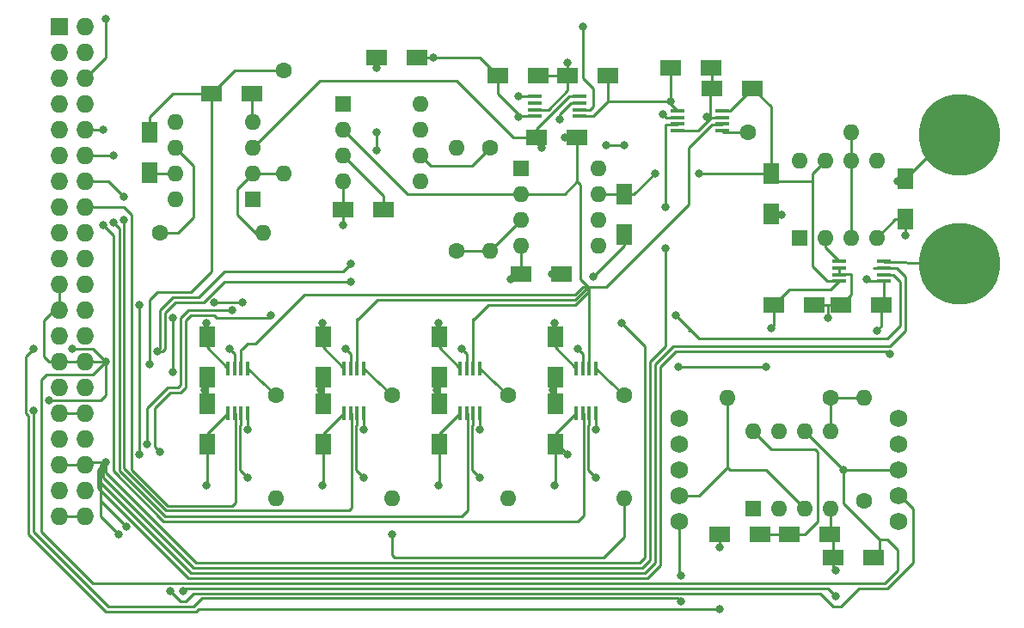
<source format=gtl>
G04 #@! TF.GenerationSoftware,KiCad,Pcbnew,(2017-12-02 revision 3109343)-master*
G04 #@! TF.CreationDate,2018-01-03T05:08:22-05:00*
G04 #@! TF.ProjectId,multislope,6D756C7469736C6F70652E6B69636164,rev?*
G04 #@! TF.SameCoordinates,Original*
G04 #@! TF.FileFunction,Copper,L1,Top,Signal*
G04 #@! TF.FilePolarity,Positive*
%FSLAX46Y46*%
G04 Gerber Fmt 4.6, Leading zero omitted, Abs format (unit mm)*
G04 Created by KiCad (PCBNEW (2017-12-02 revision 3109343)-master) date Wed Jan  3 05:08:22 2018*
%MOMM*%
%LPD*%
G01*
G04 APERTURE LIST*
%ADD10R,0.450000X1.450000*%
%ADD11O,1.600000X1.600000*%
%ADD12C,1.600000*%
%ADD13R,1.600000X2.000000*%
%ADD14R,2.000000X1.600000*%
%ADD15O,1.727200X1.727200*%
%ADD16R,1.727200X1.727200*%
%ADD17C,8.000000*%
%ADD18C,1.727200*%
%ADD19R,1.450000X0.450000*%
%ADD20R,1.600000X1.600000*%
%ADD21C,0.800000*%
%ADD22C,0.250000*%
G04 APERTURE END LIST*
D10*
X177314500Y-116817500D03*
X176664500Y-116817500D03*
X176014500Y-116817500D03*
X175364500Y-116817500D03*
X175364500Y-112417500D03*
X176014500Y-112417500D03*
X176664500Y-112417500D03*
X177314500Y-112417500D03*
D11*
X180086000Y-125222000D03*
D12*
X180086000Y-115062000D03*
D13*
X173291500Y-119919500D03*
X173291500Y-115919500D03*
X173291500Y-109315500D03*
X173291500Y-113315500D03*
X184721500Y-113315500D03*
X184721500Y-109315500D03*
X184721500Y-115919500D03*
X184721500Y-119919500D03*
D12*
X191516000Y-115062000D03*
D11*
X191516000Y-125222000D03*
D10*
X188744500Y-112417500D03*
X188094500Y-112417500D03*
X187444500Y-112417500D03*
X186794500Y-112417500D03*
X186794500Y-116817500D03*
X187444500Y-116817500D03*
X188094500Y-116817500D03*
X188744500Y-116817500D03*
X165884500Y-116817500D03*
X165234500Y-116817500D03*
X164584500Y-116817500D03*
X163934500Y-116817500D03*
X163934500Y-112417500D03*
X164584500Y-112417500D03*
X165234500Y-112417500D03*
X165884500Y-112417500D03*
D11*
X168656000Y-125222000D03*
D12*
X168656000Y-115062000D03*
D13*
X161861500Y-119919500D03*
X161861500Y-115919500D03*
X161861500Y-109315500D03*
X161861500Y-113315500D03*
X150431500Y-113315500D03*
X150431500Y-109315500D03*
X150431500Y-115919500D03*
X150431500Y-119919500D03*
D14*
X206280000Y-106172000D03*
X210280000Y-106172000D03*
X212884000Y-106172000D03*
X216884000Y-106172000D03*
X204184000Y-84836000D03*
X200184000Y-84836000D03*
X200120000Y-82804000D03*
X196120000Y-82804000D03*
D15*
X138430000Y-127000000D03*
X135890000Y-127000000D03*
X138430000Y-124460000D03*
X135890000Y-124460000D03*
X138430000Y-121920000D03*
X135890000Y-121920000D03*
X138430000Y-119380000D03*
X135890000Y-119380000D03*
X138430000Y-116840000D03*
X135890000Y-116840000D03*
X138430000Y-114300000D03*
X135890000Y-114300000D03*
X138430000Y-111760000D03*
X135890000Y-111760000D03*
X138430000Y-109220000D03*
X135890000Y-109220000D03*
X138430000Y-106680000D03*
X135890000Y-106680000D03*
X138430000Y-104140000D03*
X135890000Y-104140000D03*
X138430000Y-101600000D03*
X135890000Y-101600000D03*
X138430000Y-99060000D03*
X135890000Y-99060000D03*
X138430000Y-96520000D03*
X135890000Y-96520000D03*
X138430000Y-93980000D03*
X135890000Y-93980000D03*
X138430000Y-91440000D03*
X135890000Y-91440000D03*
X138430000Y-88900000D03*
X135890000Y-88900000D03*
X138430000Y-86360000D03*
X135890000Y-86360000D03*
X138430000Y-83820000D03*
X135890000Y-83820000D03*
X138430000Y-81280000D03*
X135890000Y-81280000D03*
X138430000Y-78740000D03*
D16*
X135890000Y-78740000D03*
D17*
X224536000Y-102108000D03*
X224536000Y-89408000D03*
D12*
X157226000Y-115062000D03*
D11*
X157226000Y-125222000D03*
X213868000Y-89154000D03*
D12*
X203708000Y-89154000D03*
D18*
X196977000Y-117348000D03*
X196977000Y-119888000D03*
X196977000Y-122428000D03*
X196977000Y-124968000D03*
X196977000Y-127508000D03*
X218567000Y-119888000D03*
X218567000Y-122428000D03*
X218567000Y-117348000D03*
X218567000Y-124968000D03*
X218567000Y-127508000D03*
D10*
X154454500Y-112417500D03*
X153804500Y-112417500D03*
X153154500Y-112417500D03*
X152504500Y-112417500D03*
X152504500Y-116817500D03*
X153154500Y-116817500D03*
X153804500Y-116817500D03*
X154454500Y-116817500D03*
D19*
X217084000Y-101895000D03*
X217084000Y-102545000D03*
X217084000Y-103195000D03*
X217084000Y-103845000D03*
X212684000Y-103845000D03*
X212684000Y-103195000D03*
X212684000Y-102545000D03*
X212684000Y-101895000D03*
D11*
X208788000Y-91948000D03*
X216408000Y-99568000D03*
X211328000Y-91948000D03*
X213868000Y-99568000D03*
X213868000Y-91948000D03*
X211328000Y-99568000D03*
X216408000Y-91948000D03*
D20*
X208788000Y-99568000D03*
D19*
X201209000Y-88986000D03*
X201209000Y-88336000D03*
X201209000Y-87686000D03*
X201209000Y-87036000D03*
X196809000Y-87036000D03*
X196809000Y-87686000D03*
X196809000Y-88336000D03*
X196809000Y-88986000D03*
D14*
X182912000Y-89662000D03*
X186912000Y-89662000D03*
X207804000Y-128778000D03*
X211804000Y-128778000D03*
X216122000Y-131064000D03*
X212122000Y-131064000D03*
X204946000Y-128778000D03*
X200946000Y-128778000D03*
X167862000Y-96774000D03*
X163862000Y-96774000D03*
X171164000Y-81788000D03*
X167164000Y-81788000D03*
X185388000Y-103124000D03*
X181388000Y-103124000D03*
D13*
X191516000Y-95282000D03*
X191516000Y-99282000D03*
X144780000Y-89186000D03*
X144780000Y-93186000D03*
D14*
X154908000Y-85344000D03*
X150908000Y-85344000D03*
X183102000Y-83566000D03*
X179102000Y-83566000D03*
X189960000Y-83566000D03*
X185960000Y-83566000D03*
D13*
X219202000Y-97758000D03*
X219202000Y-93758000D03*
X205994000Y-97250000D03*
X205994000Y-93250000D03*
D12*
X157988000Y-83058000D03*
D11*
X157988000Y-93218000D03*
X201676000Y-115316000D03*
D12*
X211836000Y-115316000D03*
X215138000Y-125476000D03*
D11*
X215138000Y-115316000D03*
X155956000Y-99060000D03*
D12*
X145796000Y-99060000D03*
X178308000Y-90678000D03*
D11*
X178308000Y-100838000D03*
X175006000Y-90678000D03*
D12*
X175006000Y-100838000D03*
D20*
X204216000Y-126238000D03*
D11*
X211836000Y-118618000D03*
X206756000Y-126238000D03*
X209296000Y-118618000D03*
X209296000Y-126238000D03*
X206756000Y-118618000D03*
X211836000Y-126238000D03*
X204216000Y-118618000D03*
X171450000Y-86360000D03*
X163830000Y-93980000D03*
X171450000Y-88900000D03*
X163830000Y-91440000D03*
X171450000Y-91440000D03*
X163830000Y-88900000D03*
X171450000Y-93980000D03*
D20*
X163830000Y-86360000D03*
D11*
X188976000Y-92710000D03*
X181356000Y-100330000D03*
X188976000Y-95250000D03*
X181356000Y-97790000D03*
X188976000Y-97790000D03*
X181356000Y-95250000D03*
X188976000Y-100330000D03*
D20*
X181356000Y-92710000D03*
X154940000Y-95758000D03*
D11*
X147320000Y-88138000D03*
X154940000Y-93218000D03*
X147320000Y-90678000D03*
X154940000Y-90678000D03*
X147320000Y-93218000D03*
X154940000Y-88138000D03*
X147320000Y-95758000D03*
D19*
X187112000Y-85639000D03*
X187112000Y-86289000D03*
X187112000Y-86939000D03*
X187112000Y-87589000D03*
X182712000Y-87589000D03*
X182712000Y-86939000D03*
X182712000Y-86289000D03*
X182712000Y-85639000D03*
D21*
X181102000Y-85598000D03*
X185674000Y-89662000D03*
X183388000Y-90678000D03*
X205994000Y-108458000D03*
X198882000Y-93218000D03*
X194564000Y-93218000D03*
X181102000Y-87630000D03*
X172720000Y-81788000D03*
X150368000Y-107950000D03*
X161798000Y-107950000D03*
X173228000Y-107950000D03*
X184658000Y-107950000D03*
X156718000Y-107188000D03*
X180340000Y-103632000D03*
X145796000Y-120650000D03*
X144526000Y-119888000D03*
X163830000Y-98298000D03*
X152908000Y-106680000D03*
X141732000Y-128778000D03*
X146812000Y-134366000D03*
X142494000Y-128016000D03*
X148082000Y-134366000D03*
X212344000Y-134874000D03*
X212344000Y-132334000D03*
X219202000Y-99314000D03*
X217678000Y-110998000D03*
X191262000Y-107950000D03*
X191516000Y-90424000D03*
X189738000Y-90424000D03*
X185166000Y-87884000D03*
X195580000Y-100584000D03*
X195580000Y-96520000D03*
X143764000Y-120904000D03*
X143764000Y-106172000D03*
X140462000Y-121666000D03*
X154432000Y-123190000D03*
X165862000Y-123190000D03*
X177292000Y-123190000D03*
X188722000Y-123190000D03*
X137160000Y-110490000D03*
X133350000Y-110490000D03*
X134874000Y-115570000D03*
X133350000Y-116586000D03*
X197104000Y-135382000D03*
X197104000Y-132842000D03*
X200914000Y-136144000D03*
X200914000Y-130048000D03*
X213106000Y-122428000D03*
X164592000Y-103886000D03*
X145542000Y-110744000D03*
X164592000Y-102108000D03*
X153924000Y-105918000D03*
X151130000Y-105918000D03*
X147066000Y-112776000D03*
X147066000Y-107442000D03*
X184404000Y-103124000D03*
X188468000Y-103378000D03*
X144780000Y-112014000D03*
X185928000Y-82296000D03*
X199644000Y-87630000D03*
X167132000Y-90932000D03*
X167132000Y-89154000D03*
X167132000Y-82804000D03*
X140462000Y-111760000D03*
X218440000Y-93980000D03*
X207010000Y-97282000D03*
X211582000Y-107442000D03*
X175514000Y-110490000D03*
X173037500Y-114554000D03*
X177292000Y-118491000D03*
X188722000Y-118491000D03*
X184467500Y-114554000D03*
X186944000Y-110490000D03*
X164084000Y-110490000D03*
X161607500Y-114554000D03*
X165862000Y-118491000D03*
X154432000Y-118491000D03*
X150177500Y-114554000D03*
X152654000Y-110490000D03*
X168656000Y-128778000D03*
X196596000Y-107188000D03*
X141224000Y-91440000D03*
X141224000Y-98044000D03*
X142240000Y-95504000D03*
X142240000Y-97790000D03*
X140208000Y-88900000D03*
X140208000Y-98298000D03*
X140462000Y-77978000D03*
X195326000Y-87376000D03*
X187452000Y-78740000D03*
X216408000Y-108712000D03*
X205486000Y-112268000D03*
X196850000Y-112268000D03*
X185928000Y-120904000D03*
X196088000Y-86106000D03*
X215392000Y-103632000D03*
X173228000Y-123952000D03*
X161798000Y-123952000D03*
X150368000Y-123952000D03*
X184658000Y-123952000D03*
D22*
X154432000Y-109982000D02*
X153924000Y-110490000D01*
X153804500Y-110609500D02*
X153924000Y-110490000D01*
X153804500Y-110609500D02*
X153804500Y-112417500D01*
X160020000Y-105156000D02*
X155194000Y-109982000D01*
X155194000Y-109982000D02*
X154432000Y-109982000D01*
X187452000Y-104394000D02*
X187960000Y-104394000D01*
X186690000Y-105156000D02*
X187452000Y-104394000D01*
X160020000Y-105156000D02*
X186690000Y-105156000D01*
X186912000Y-89662000D02*
X185674000Y-89662000D01*
X181143000Y-85639000D02*
X182712000Y-85639000D01*
X181102000Y-85598000D02*
X181143000Y-85639000D01*
X188087000Y-104648000D02*
X187960000Y-104648000D01*
X187960000Y-104648000D02*
X187960000Y-104902000D01*
X188087000Y-107569000D02*
X188087000Y-104648000D01*
X188087000Y-104648000D02*
X188087000Y-104521000D01*
X188087000Y-104521000D02*
X187960000Y-104394000D01*
X188087000Y-112410000D02*
X188087000Y-108712000D01*
X188087000Y-107569000D02*
X188087000Y-108712000D01*
X187960000Y-104394000D02*
X187198000Y-103632000D01*
X187198000Y-103632000D02*
X187198000Y-94298000D01*
X187198000Y-94298000D02*
X186912000Y-94012000D01*
X165227000Y-107696000D02*
X167259000Y-105664000D01*
X167259000Y-105664000D02*
X186436000Y-105664000D01*
X186436000Y-105664000D02*
X186690000Y-105664000D01*
X186690000Y-105664000D02*
X187960000Y-104394000D01*
X176657000Y-107696000D02*
X178181000Y-106172000D01*
X186690000Y-106172000D02*
X187960000Y-104902000D01*
X178181000Y-106172000D02*
X186690000Y-106172000D01*
X187960000Y-104902000D02*
X187960000Y-104394000D01*
X197866000Y-96266000D02*
X189738000Y-104394000D01*
X197866000Y-90678000D02*
X197866000Y-96266000D01*
X200152000Y-88392000D02*
X197866000Y-90678000D01*
X200152000Y-88392000D02*
X201153000Y-88392000D01*
X189738000Y-104394000D02*
X187960000Y-104394000D01*
X201209000Y-88336000D02*
X201153000Y-88392000D01*
X186912000Y-89662000D02*
X186912000Y-94012000D01*
X185674000Y-95250000D02*
X181356000Y-95250000D01*
X186912000Y-94012000D02*
X185674000Y-95250000D01*
X163830000Y-88900000D02*
X170180000Y-95250000D01*
X170180000Y-95250000D02*
X181356000Y-95250000D01*
X176664500Y-112417500D02*
X176657000Y-112410000D01*
X176657000Y-108712000D02*
X176657000Y-112410000D01*
X176657000Y-107569000D02*
X176657000Y-107696000D01*
X176657000Y-107696000D02*
X176657000Y-108712000D01*
X188094500Y-112417500D02*
X188087000Y-112410000D01*
X165234500Y-112417500D02*
X165227000Y-112410000D01*
X165227000Y-108712000D02*
X165227000Y-112410000D01*
X165227000Y-107569000D02*
X165227000Y-107696000D01*
X165227000Y-107696000D02*
X165227000Y-108712000D01*
X153804500Y-112417500D02*
X153797000Y-112410000D01*
X182912000Y-89662000D02*
X180594000Y-89662000D01*
X161544000Y-84074000D02*
X175006000Y-84074000D01*
X175006000Y-84074000D02*
X180594000Y-89662000D01*
X161544000Y-84074000D02*
X154940000Y-90678000D01*
X187112000Y-85639000D02*
X186141000Y-85639000D01*
X186141000Y-85639000D02*
X182912000Y-88868000D01*
X182912000Y-88868000D02*
X182912000Y-89662000D01*
X183388000Y-90678000D02*
X182912000Y-90202000D01*
X182912000Y-90202000D02*
X182912000Y-89662000D01*
X206280000Y-106172000D02*
X206280000Y-108172000D01*
X206280000Y-108172000D02*
X205994000Y-108458000D01*
X207804000Y-128778000D02*
X209296000Y-128778000D01*
X209296000Y-128778000D02*
X210566000Y-127508000D01*
X210566000Y-127508000D02*
X210566000Y-120650000D01*
X210566000Y-120650000D02*
X210312000Y-120396000D01*
X210312000Y-120396000D02*
X205994000Y-120396000D01*
X205994000Y-120396000D02*
X204216000Y-118618000D01*
X204946000Y-128778000D02*
X207804000Y-128778000D01*
X198914000Y-93250000D02*
X198882000Y-93218000D01*
X205994000Y-93250000D02*
X198914000Y-93250000D01*
X192500000Y-95282000D02*
X191516000Y-95282000D01*
X194564000Y-93218000D02*
X192500000Y-95282000D01*
X181143000Y-87589000D02*
X182712000Y-87589000D01*
X181102000Y-87630000D02*
X181143000Y-87589000D01*
X179102000Y-83566000D02*
X177324000Y-81788000D01*
X177324000Y-81788000D02*
X172720000Y-81788000D01*
X205994000Y-93250000D02*
X205994000Y-86646000D01*
X205994000Y-86646000D02*
X204184000Y-84836000D01*
X138430000Y-127000000D02*
X135890000Y-127000000D01*
X171164000Y-81788000D02*
X172720000Y-81788000D01*
X191516000Y-95282000D02*
X189008000Y-95282000D01*
X189008000Y-95282000D02*
X188976000Y-95250000D01*
X179102000Y-83566000D02*
X179102000Y-85376000D01*
X181315000Y-87589000D02*
X182712000Y-87589000D01*
X179102000Y-85376000D02*
X181315000Y-87589000D01*
X201209000Y-87036000D02*
X201984000Y-87036000D01*
X201984000Y-87036000D02*
X204184000Y-84836000D01*
X210058000Y-93980000D02*
X206724000Y-93980000D01*
X206724000Y-93980000D02*
X205994000Y-93250000D01*
X212684000Y-103845000D02*
X211541000Y-103845000D01*
X210058000Y-93218000D02*
X211328000Y-91948000D01*
X210058000Y-102362000D02*
X210058000Y-93980000D01*
X210058000Y-93980000D02*
X210058000Y-93218000D01*
X211541000Y-103845000D02*
X210058000Y-102362000D01*
X206280000Y-106172000D02*
X207804000Y-104648000D01*
X211881000Y-104648000D02*
X212684000Y-103845000D01*
X207804000Y-104648000D02*
X211881000Y-104648000D01*
X154908000Y-85344000D02*
X154908000Y-88106000D01*
X154908000Y-88106000D02*
X154940000Y-88138000D01*
X150431500Y-108013500D02*
X150368000Y-107950000D01*
X150431500Y-108013500D02*
X150431500Y-109315500D01*
X161861500Y-108013500D02*
X161798000Y-107950000D01*
X161861500Y-108013500D02*
X161861500Y-109315500D01*
X173291500Y-108013500D02*
X173228000Y-107950000D01*
X173291500Y-109315500D02*
X173291500Y-108013500D01*
X184721500Y-108013500D02*
X184658000Y-107950000D01*
X184721500Y-108013500D02*
X184721500Y-109315500D01*
X173291500Y-110344500D02*
X175364500Y-112417500D01*
X173291500Y-109315500D02*
X173291500Y-110344500D01*
X184721500Y-109315500D02*
X184721500Y-110344500D01*
X184721500Y-110344500D02*
X186794500Y-112417500D01*
X161861500Y-110344500D02*
X163934500Y-112417500D01*
X161861500Y-109315500D02*
X161861500Y-110344500D01*
X150431500Y-109315500D02*
X150431500Y-110344500D01*
X150431500Y-110344500D02*
X152504500Y-112417500D01*
X151892000Y-107442000D02*
X151384000Y-107442000D01*
X156718000Y-107188000D02*
X156464000Y-107442000D01*
X156464000Y-107442000D02*
X151892000Y-107442000D01*
X180848000Y-103124000D02*
X180340000Y-103632000D01*
X145288000Y-120142000D02*
X145796000Y-120650000D01*
X145288000Y-116332000D02*
X145288000Y-120142000D01*
X146812000Y-114808000D02*
X145288000Y-116332000D01*
X147828000Y-114808000D02*
X146812000Y-114808000D01*
X148336000Y-114300000D02*
X147828000Y-114808000D01*
X148336000Y-107696000D02*
X148336000Y-114300000D01*
X148844000Y-107188000D02*
X148336000Y-107696000D01*
X151130000Y-107188000D02*
X148844000Y-107188000D01*
X151384000Y-107442000D02*
X151130000Y-107188000D01*
X150114000Y-106680000D02*
X148590000Y-106680000D01*
X147574000Y-114300000D02*
X147828000Y-114046000D01*
X146558000Y-114300000D02*
X144526000Y-116332000D01*
X144526000Y-116332000D02*
X144526000Y-119888000D01*
X146558000Y-114300000D02*
X147574000Y-114300000D01*
X148590000Y-106680000D02*
X147828000Y-107442000D01*
X147828000Y-107442000D02*
X147828000Y-114046000D01*
X163862000Y-98266000D02*
X163830000Y-98298000D01*
X163862000Y-96774000D02*
X163862000Y-98266000D01*
X150114000Y-106680000D02*
X152908000Y-106680000D01*
X208534000Y-134620000D02*
X149098000Y-134620000D01*
X214630000Y-134112000D02*
X217424000Y-134112000D01*
X210820000Y-134620000D02*
X208534000Y-134620000D01*
X212090000Y-135890000D02*
X210820000Y-134620000D01*
X212852000Y-135890000D02*
X212090000Y-135890000D01*
X214376000Y-134366000D02*
X212852000Y-135890000D01*
X218694000Y-124968000D02*
X219964000Y-126238000D01*
X219964000Y-126238000D02*
X219964000Y-131572000D01*
X219964000Y-131572000D02*
X217424000Y-134112000D01*
X214376000Y-134366000D02*
X214630000Y-134112000D01*
X139954000Y-122174000D02*
X140462000Y-121666000D01*
X139954000Y-127000000D02*
X139954000Y-122174000D01*
X141732000Y-128778000D02*
X139954000Y-127000000D01*
X147828000Y-135382000D02*
X146812000Y-134366000D01*
X148336000Y-135382000D02*
X147828000Y-135382000D01*
X149098000Y-134620000D02*
X148336000Y-135382000D01*
X208534000Y-134112000D02*
X172974000Y-134112000D01*
X211582000Y-134112000D02*
X208534000Y-134112000D01*
X212344000Y-134874000D02*
X211582000Y-134112000D01*
X139954000Y-125476000D02*
X139954000Y-121920000D01*
X142494000Y-128016000D02*
X139954000Y-125476000D01*
X148336000Y-134112000D02*
X148082000Y-134366000D01*
X172974000Y-134112000D02*
X148336000Y-134112000D01*
X212122000Y-131064000D02*
X212122000Y-132112000D01*
X212344000Y-134874000D02*
X212090000Y-134620000D01*
X212122000Y-132112000D02*
X212344000Y-132334000D01*
X218567000Y-124968000D02*
X218694000Y-124968000D01*
X211836000Y-126238000D02*
X211836000Y-128746000D01*
X211836000Y-128746000D02*
X211804000Y-128778000D01*
X212122000Y-131064000D02*
X212122000Y-129096000D01*
X212122000Y-129096000D02*
X211804000Y-128778000D01*
X194056000Y-132842000D02*
X193802000Y-133096000D01*
X193802000Y-133096000D02*
X148590000Y-133096000D01*
X148590000Y-133096000D02*
X139700000Y-124206000D01*
X139700000Y-124206000D02*
X139700000Y-122428000D01*
X139700000Y-122428000D02*
X140462000Y-121666000D01*
X195072000Y-131826000D02*
X194056000Y-132842000D01*
X197612000Y-110744000D02*
X196596000Y-110744000D01*
X217678000Y-110998000D02*
X217424000Y-110744000D01*
X217424000Y-110744000D02*
X197612000Y-110744000D01*
X219202000Y-97758000D02*
X219202000Y-99314000D01*
X195072000Y-112268000D02*
X195072000Y-131826000D01*
X196596000Y-110744000D02*
X195072000Y-112268000D01*
X193802000Y-132334000D02*
X193548000Y-132588000D01*
X193548000Y-132588000D02*
X148844000Y-132588000D01*
X148844000Y-132588000D02*
X139954000Y-123698000D01*
X139954000Y-123698000D02*
X139954000Y-121920000D01*
X194564000Y-131572000D02*
X193802000Y-132334000D01*
X196342000Y-110236000D02*
X194564000Y-112014000D01*
X194564000Y-112014000D02*
X194564000Y-131572000D01*
X217084000Y-102545000D02*
X218369000Y-102545000D01*
X217678000Y-110236000D02*
X197612000Y-110236000D01*
X219202000Y-108712000D02*
X217678000Y-110236000D01*
X219202000Y-103378000D02*
X219202000Y-108712000D01*
X218369000Y-102545000D02*
X219202000Y-103378000D01*
X197612000Y-110236000D02*
X196342000Y-110236000D01*
X139954000Y-121920000D02*
X140208000Y-121920000D01*
X140208000Y-121920000D02*
X140462000Y-121666000D01*
X149860000Y-131572000D02*
X149352000Y-131572000D01*
X191262000Y-107950000D02*
X193548000Y-110236000D01*
X193548000Y-110236000D02*
X193548000Y-131064000D01*
X193548000Y-131064000D02*
X193040000Y-131572000D01*
X193040000Y-131572000D02*
X149860000Y-131572000D01*
X187112000Y-86289000D02*
X186253000Y-86289000D01*
X189738000Y-90424000D02*
X191516000Y-90424000D01*
X185166000Y-87376000D02*
X185166000Y-87884000D01*
X186253000Y-86289000D02*
X185166000Y-87376000D01*
X149352000Y-131572000D02*
X146050000Y-128270000D01*
X193548000Y-131826000D02*
X193294000Y-132080000D01*
X193294000Y-132080000D02*
X149098000Y-132080000D01*
X149098000Y-132080000D02*
X140208000Y-123190000D01*
X140208000Y-123190000D02*
X140208000Y-121920000D01*
X195580000Y-103632000D02*
X195580000Y-100584000D01*
X194056000Y-131064000D02*
X194056000Y-131318000D01*
X196753000Y-88392000D02*
X195580000Y-88392000D01*
X195580000Y-88392000D02*
X195580000Y-96520000D01*
X195580000Y-103632000D02*
X195580000Y-109728000D01*
X194056000Y-111760000D02*
X194056000Y-131064000D01*
X195580000Y-110236000D02*
X194056000Y-111760000D01*
X195580000Y-109728000D02*
X195580000Y-110236000D01*
X194056000Y-131318000D02*
X193548000Y-131826000D01*
X140208000Y-121920000D02*
X140462000Y-121666000D01*
X140462000Y-121666000D02*
X140462000Y-122682000D01*
X140462000Y-122682000D02*
X146050000Y-128270000D01*
X146050000Y-128270000D02*
X146304000Y-128524000D01*
X143764000Y-106172000D02*
X143764000Y-120904000D01*
X181388000Y-103124000D02*
X180848000Y-103124000D01*
X196809000Y-88336000D02*
X196753000Y-88392000D01*
X140462000Y-121666000D02*
X138684000Y-121666000D01*
X138684000Y-121666000D02*
X138430000Y-121920000D01*
X153797000Y-117983000D02*
X153670000Y-118110000D01*
X153797000Y-116825000D02*
X153797000Y-117983000D01*
X153670000Y-118110000D02*
X153670000Y-118872000D01*
X153670000Y-122428000D02*
X154432000Y-123190000D01*
X153670000Y-118872000D02*
X153670000Y-122428000D01*
X165100000Y-122428000D02*
X165862000Y-123190000D01*
X165100000Y-118110000D02*
X165100000Y-118872000D01*
X165227000Y-117983000D02*
X165100000Y-118110000D01*
X165227000Y-116825000D02*
X165227000Y-117983000D01*
X165100000Y-118872000D02*
X165100000Y-122428000D01*
X176530000Y-122428000D02*
X177292000Y-123190000D01*
X176530000Y-118872000D02*
X176530000Y-122428000D01*
X176530000Y-118110000D02*
X176530000Y-118872000D01*
X176657000Y-116825000D02*
X176657000Y-117983000D01*
X176657000Y-117983000D02*
X176530000Y-118110000D01*
X187960000Y-118872000D02*
X187960000Y-122428000D01*
X188087000Y-117983000D02*
X188087000Y-116825000D01*
X188087000Y-117983000D02*
X187960000Y-118110000D01*
X187960000Y-118110000D02*
X187960000Y-118872000D01*
X187960000Y-122428000D02*
X188722000Y-123190000D01*
X138430000Y-121920000D02*
X135890000Y-121920000D01*
X181356000Y-100330000D02*
X181356000Y-103092000D01*
X181356000Y-103092000D02*
X181388000Y-103124000D01*
X163862000Y-96774000D02*
X163862000Y-94012000D01*
X163862000Y-94012000D02*
X163830000Y-93980000D01*
X219202000Y-97758000D02*
X218218000Y-97758000D01*
X218218000Y-97758000D02*
X216408000Y-99568000D01*
X216083000Y-102545000D02*
X217084000Y-102545000D01*
X147320000Y-93218000D02*
X144812000Y-93218000D01*
X144812000Y-93218000D02*
X144780000Y-93186000D01*
X176664500Y-116817500D02*
X176657000Y-116825000D01*
X188094500Y-116817500D02*
X188087000Y-116825000D01*
X165234500Y-116817500D02*
X165227000Y-116825000D01*
X153804500Y-116817500D02*
X153797000Y-116825000D01*
X200914000Y-136144000D02*
X149606000Y-136144000D01*
X139192000Y-110490000D02*
X140462000Y-111760000D01*
X137160000Y-110490000D02*
X139192000Y-110490000D01*
X132588000Y-111252000D02*
X133350000Y-110490000D01*
X132588000Y-116840000D02*
X132588000Y-111252000D01*
X132842000Y-117094000D02*
X132588000Y-116840000D01*
X132842000Y-128778000D02*
X132842000Y-117094000D01*
X140462000Y-136398000D02*
X132842000Y-128778000D01*
X149352000Y-136398000D02*
X140462000Y-136398000D01*
X149606000Y-136144000D02*
X149352000Y-136398000D01*
X140462000Y-111760000D02*
X140462000Y-115062000D01*
X196792002Y-135070002D02*
X149917998Y-135070002D01*
X197104000Y-135382000D02*
X196792002Y-135070002D01*
X140462000Y-115062000D02*
X139954000Y-115570000D01*
X139954000Y-115570000D02*
X134874000Y-115570000D01*
X133350000Y-116586000D02*
X133350000Y-128524000D01*
X133350000Y-128524000D02*
X140716000Y-135890000D01*
X140716000Y-135890000D02*
X149098000Y-135890000D01*
X149098000Y-135890000D02*
X149917998Y-135070002D01*
X216662000Y-129286000D02*
X216662000Y-130524000D01*
X216662000Y-130524000D02*
X216122000Y-131064000D01*
X196977000Y-127508000D02*
X196977000Y-132715000D01*
X197104000Y-135382000D02*
X196977000Y-135255000D01*
X196977000Y-132715000D02*
X197104000Y-132842000D01*
X200946000Y-128778000D02*
X200946000Y-130016000D01*
X200914000Y-136144000D02*
X200946000Y-136112000D01*
X200946000Y-130016000D02*
X200914000Y-130048000D01*
X213106000Y-122428000D02*
X213106000Y-125730000D01*
X139192000Y-113030000D02*
X140462000Y-111760000D01*
X216662000Y-129286000D02*
X217424000Y-129286000D01*
X217424000Y-129286000D02*
X218440000Y-130302000D01*
X218440000Y-130302000D02*
X218440000Y-132334000D01*
X218440000Y-132334000D02*
X217170000Y-133604000D01*
X217170000Y-133604000D02*
X139192000Y-133604000D01*
X139192000Y-133604000D02*
X134112000Y-128524000D01*
X134112000Y-128524000D02*
X134112000Y-113538000D01*
X134112000Y-113538000D02*
X134620000Y-113030000D01*
X134620000Y-113030000D02*
X139192000Y-113030000D01*
X213106000Y-125730000D02*
X216662000Y-129286000D01*
X218567000Y-122428000D02*
X213106000Y-122428000D01*
X213106000Y-122428000D02*
X209296000Y-118618000D01*
X207010000Y-97282000D02*
X206026000Y-97282000D01*
X206026000Y-97282000D02*
X205994000Y-97250000D01*
X147066000Y-105410000D02*
X146050000Y-106426000D01*
X145796000Y-110490000D02*
X145542000Y-110744000D01*
X145796000Y-106680000D02*
X145796000Y-110490000D01*
X146050000Y-106426000D02*
X145796000Y-106680000D01*
X145542000Y-110744000D02*
X146050000Y-110744000D01*
X150114000Y-105918000D02*
X147320000Y-105918000D01*
X152146000Y-103886000D02*
X150114000Y-105918000D01*
X164592000Y-103886000D02*
X152146000Y-103886000D01*
X146050000Y-110744000D02*
X146304000Y-110490000D01*
X146304000Y-110490000D02*
X146304000Y-106934000D01*
X146304000Y-106934000D02*
X147320000Y-105918000D01*
X152400000Y-102870000D02*
X152146000Y-102870000D01*
X164592000Y-102108000D02*
X163830000Y-102870000D01*
X163830000Y-102870000D02*
X152400000Y-102870000D01*
X149606000Y-105410000D02*
X147066000Y-105410000D01*
X152146000Y-102870000D02*
X149606000Y-105410000D01*
X150908000Y-102870000D02*
X150876000Y-102870000D01*
X150876000Y-102870000D02*
X148844000Y-104902000D01*
X153924000Y-105918000D02*
X151130000Y-105918000D01*
X147066000Y-112522000D02*
X147066000Y-112776000D01*
X147066000Y-107442000D02*
X147066000Y-112522000D01*
X191516000Y-99282000D02*
X191516000Y-100330000D01*
X184404000Y-103124000D02*
X185388000Y-103124000D01*
X191516000Y-100330000D02*
X188468000Y-103378000D01*
X145542000Y-104902000D02*
X144780000Y-105664000D01*
X144780000Y-105664000D02*
X144780000Y-112014000D01*
X148844000Y-104902000D02*
X145542000Y-104902000D01*
X150908000Y-85344000D02*
X150908000Y-102870000D01*
X185960000Y-83566000D02*
X185960000Y-82328000D01*
X185960000Y-82328000D02*
X185928000Y-82296000D01*
X199771000Y-87503000D02*
X199644000Y-87630000D01*
X200025000Y-87630000D02*
X199771000Y-87503000D01*
X167164000Y-81788000D02*
X167164000Y-82772000D01*
X167132000Y-89154000D02*
X167132000Y-90932000D01*
X167164000Y-82772000D02*
X167132000Y-82804000D01*
X135890000Y-106680000D02*
X135890000Y-104140000D01*
X135890000Y-106680000D02*
X135382000Y-106680000D01*
X135382000Y-106680000D02*
X134366000Y-107696000D01*
X134366000Y-107696000D02*
X134366000Y-111252000D01*
X134366000Y-111252000D02*
X134874000Y-111760000D01*
X134874000Y-111760000D02*
X135890000Y-111760000D01*
X138430000Y-111760000D02*
X135890000Y-111760000D01*
X140462000Y-111760000D02*
X138430000Y-111760000D01*
X200120000Y-82804000D02*
X200184000Y-82868000D01*
X200184000Y-82868000D02*
X200184000Y-84836000D01*
X163830000Y-91440000D02*
X167862000Y-95472000D01*
X167862000Y-95472000D02*
X167862000Y-96774000D01*
X185960000Y-83566000D02*
X185960000Y-85058000D01*
X184079000Y-86939000D02*
X182712000Y-86939000D01*
X185960000Y-85058000D02*
X184079000Y-86939000D01*
X185960000Y-83566000D02*
X183102000Y-83566000D01*
X205994000Y-97250000D02*
X206978000Y-97250000D01*
X218440000Y-93980000D02*
X218662000Y-93758000D01*
X206978000Y-97250000D02*
X207010000Y-97282000D01*
X218662000Y-93758000D02*
X219202000Y-93758000D01*
X211582000Y-106172000D02*
X211582000Y-107442000D01*
X200025000Y-87686000D02*
X200025000Y-87630000D01*
X200025000Y-87630000D02*
X200025000Y-84995000D01*
X200025000Y-84995000D02*
X200184000Y-84836000D01*
X201209000Y-87686000D02*
X200025000Y-87686000D01*
X200025000Y-87686000D02*
X200096000Y-87686000D01*
X198796000Y-88986000D02*
X196809000Y-88986000D01*
X200096000Y-87686000D02*
X198796000Y-88986000D01*
X225806000Y-89408000D02*
X223552000Y-89408000D01*
X223552000Y-89408000D02*
X219202000Y-93758000D01*
X212684000Y-103195000D02*
X212684000Y-102545000D01*
X212684000Y-103195000D02*
X212755000Y-103124000D01*
X212755000Y-103124000D02*
X213868000Y-103124000D01*
X213868000Y-103124000D02*
X213868000Y-105188000D01*
X213868000Y-105188000D02*
X212884000Y-106172000D01*
X212884000Y-106172000D02*
X211582000Y-106172000D01*
X211582000Y-106172000D02*
X210280000Y-106172000D01*
X150908000Y-85344000D02*
X147066000Y-85344000D01*
X144780000Y-87630000D02*
X144780000Y-89186000D01*
X147066000Y-85344000D02*
X144780000Y-87630000D01*
X157988000Y-83058000D02*
X153194000Y-83058000D01*
X153194000Y-83058000D02*
X150908000Y-85344000D01*
X173291500Y-114681000D02*
X173291500Y-115919500D01*
X173291500Y-113315500D02*
X173291500Y-114681000D01*
X177314500Y-116817500D02*
X177292000Y-116840000D01*
X175514000Y-110490000D02*
X176014500Y-110990500D01*
X176014500Y-110990500D02*
X176014500Y-112417500D01*
X173164500Y-114681000D02*
X173291500Y-114681000D01*
X173037500Y-114554000D02*
X173164500Y-114681000D01*
X177292000Y-118491000D02*
X177292000Y-116840000D01*
X188722000Y-118491000D02*
X188722000Y-116840000D01*
X184467500Y-114554000D02*
X184594500Y-114681000D01*
X184594500Y-114681000D02*
X184721500Y-114681000D01*
X187444500Y-110990500D02*
X187444500Y-112417500D01*
X186944000Y-110490000D02*
X187444500Y-110990500D01*
X188744500Y-116817500D02*
X188722000Y-116840000D01*
X184721500Y-113315500D02*
X184721500Y-114681000D01*
X184721500Y-114681000D02*
X184721500Y-115919500D01*
X161861500Y-114681000D02*
X161861500Y-115919500D01*
X161861500Y-113315500D02*
X161861500Y-114681000D01*
X165884500Y-116817500D02*
X165862000Y-116840000D01*
X164084000Y-110490000D02*
X164584500Y-110990500D01*
X164584500Y-110990500D02*
X164584500Y-112417500D01*
X161734500Y-114681000D02*
X161861500Y-114681000D01*
X161607500Y-114554000D02*
X161734500Y-114681000D01*
X165862000Y-118491000D02*
X165862000Y-116840000D01*
X154432000Y-118491000D02*
X154432000Y-116840000D01*
X150177500Y-114554000D02*
X150304500Y-114681000D01*
X150304500Y-114681000D02*
X150431500Y-114681000D01*
X153154500Y-110990500D02*
X153154500Y-112417500D01*
X152654000Y-110490000D02*
X153154500Y-110990500D01*
X154454500Y-116817500D02*
X154432000Y-116840000D01*
X150431500Y-113315500D02*
X150431500Y-114681000D01*
X150431500Y-114681000D02*
X150431500Y-115919500D01*
X225806000Y-102108000D02*
X217170000Y-101981000D01*
X217170000Y-101981000D02*
X217084000Y-101895000D01*
X145796000Y-99060000D02*
X147574000Y-99060000D01*
X149098000Y-92456000D02*
X147320000Y-90678000D01*
X149098000Y-97536000D02*
X149098000Y-92456000D01*
X147574000Y-99060000D02*
X149098000Y-97536000D01*
X155956000Y-99060000D02*
X155194000Y-99060000D01*
X155194000Y-99060000D02*
X153416000Y-97282000D01*
X153416000Y-97282000D02*
X153416000Y-94742000D01*
X153416000Y-94742000D02*
X154940000Y-93218000D01*
X157988000Y-93218000D02*
X154940000Y-93218000D01*
X168656000Y-128778000D02*
X168656000Y-130810000D01*
X168656000Y-130810000D02*
X168910000Y-131064000D01*
X168910000Y-131064000D02*
X189484000Y-131064000D01*
X191516000Y-129032000D02*
X191516000Y-125222000D01*
X189484000Y-131064000D02*
X191516000Y-129032000D01*
X211836000Y-115316000D02*
X211836000Y-118618000D01*
X215138000Y-115316000D02*
X211836000Y-115316000D01*
X209296000Y-126238000D02*
X205486000Y-122428000D01*
X201930000Y-122428000D02*
X201676000Y-122174000D01*
X205486000Y-122428000D02*
X201930000Y-122428000D01*
X201676000Y-115316000D02*
X201676000Y-122174000D01*
X198882000Y-124968000D02*
X196977000Y-124968000D01*
X201676000Y-122174000D02*
X198882000Y-124968000D01*
X218186000Y-108712000D02*
X217424000Y-109474000D01*
X217084000Y-103195000D02*
X218003000Y-103195000D01*
X218694000Y-108204000D02*
X218186000Y-108712000D01*
X218694000Y-103886000D02*
X218694000Y-108204000D01*
X218003000Y-103195000D02*
X218694000Y-103886000D01*
X198882000Y-109474000D02*
X198120000Y-108712000D01*
X217424000Y-109474000D02*
X198882000Y-109474000D01*
X198120000Y-108712000D02*
X197866000Y-108712000D01*
X198120000Y-108712000D02*
X196596000Y-107188000D01*
X146812000Y-125984000D02*
X146558000Y-125984000D01*
X153219998Y-125672002D02*
X152908000Y-125984000D01*
X152908000Y-125984000D02*
X146812000Y-125984000D01*
X153219998Y-122682000D02*
X153219998Y-125672002D01*
X142240000Y-96520000D02*
X138430000Y-96520000D01*
X143002000Y-97282000D02*
X142240000Y-96520000D01*
X143002000Y-122428000D02*
X143002000Y-97282000D01*
X146558000Y-125984000D02*
X143002000Y-122428000D01*
X146558000Y-127000000D02*
X146301204Y-127000000D01*
X175514000Y-127000000D02*
X146558000Y-127000000D01*
X176079998Y-116882998D02*
X176079998Y-122682000D01*
X176079998Y-122682000D02*
X176079998Y-126434002D01*
X176079998Y-126434002D02*
X175514000Y-127000000D01*
X141224000Y-91440000D02*
X138430000Y-91440000D01*
X141789998Y-98609998D02*
X141224000Y-98044000D01*
X141789998Y-122488794D02*
X141789998Y-98609998D01*
X146301204Y-127000000D02*
X141789998Y-122488794D01*
X176014500Y-116817500D02*
X176079998Y-116882998D01*
X146812000Y-126434002D02*
X146371604Y-126434002D01*
X140716000Y-93980000D02*
X138430000Y-93980000D01*
X142240000Y-95504000D02*
X140716000Y-93980000D01*
X142240000Y-122302398D02*
X142240000Y-97790000D01*
X146371604Y-126434002D02*
X142240000Y-122302398D01*
X160782000Y-126434002D02*
X164395998Y-126434002D01*
X164649998Y-126180002D02*
X164649998Y-122428000D01*
X164395998Y-126434002D02*
X164649998Y-126180002D01*
X164649998Y-116882998D02*
X164649998Y-122428000D01*
X164649998Y-122428000D02*
X164649998Y-122682000D01*
X160897996Y-126434002D02*
X160782000Y-126434002D01*
X160782000Y-126434002D02*
X146812000Y-126434002D01*
X146812000Y-126434002D02*
X146812000Y-126434002D01*
X146812000Y-127508000D02*
X146172806Y-127508000D01*
X186944000Y-127508000D02*
X187509998Y-126942002D01*
X187509998Y-126942002D02*
X187509998Y-126688002D01*
X186690000Y-127508000D02*
X146812000Y-127508000D01*
X187509998Y-122682000D02*
X187509998Y-126688002D01*
X187509998Y-116882998D02*
X187509998Y-122682000D01*
X186690000Y-127508000D02*
X186944000Y-127508000D01*
X140208000Y-88900000D02*
X138430000Y-88900000D01*
X141224000Y-99314000D02*
X140208000Y-98298000D01*
X141224000Y-122559194D02*
X141224000Y-99314000D01*
X146172806Y-127508000D02*
X141224000Y-122559194D01*
X187444500Y-116817500D02*
X187509998Y-116882998D01*
X164584500Y-116817500D02*
X164649998Y-116882998D01*
X153154500Y-116817500D02*
X153219998Y-116882998D01*
X153219998Y-116882998D02*
X153219998Y-122682000D01*
X153219998Y-122682000D02*
X153219998Y-122682000D01*
X196809000Y-87686000D02*
X195636000Y-87686000D01*
X140462000Y-81788000D02*
X138430000Y-83820000D01*
X140462000Y-77978000D02*
X140462000Y-81788000D01*
X195636000Y-87686000D02*
X195326000Y-87376000D01*
X187452000Y-81280000D02*
X187452000Y-83820000D01*
X187452000Y-78740000D02*
X187452000Y-81280000D01*
X188143000Y-86939000D02*
X187112000Y-86939000D01*
X188468000Y-86614000D02*
X188143000Y-86939000D01*
X188468000Y-84836000D02*
X188468000Y-86614000D01*
X187452000Y-83820000D02*
X188468000Y-84836000D01*
X181356000Y-97790000D02*
X178308000Y-100838000D01*
X178308000Y-100838000D02*
X175006000Y-100838000D01*
X171450000Y-91440000D02*
X172466000Y-92456000D01*
X176530000Y-92456000D02*
X178308000Y-90678000D01*
X172466000Y-92456000D02*
X176530000Y-92456000D01*
X216884000Y-108236000D02*
X216408000Y-108712000D01*
X205486000Y-112268000D02*
X199644000Y-112268000D01*
X199644000Y-112268000D02*
X196850000Y-112268000D01*
X216884000Y-106172000D02*
X216884000Y-108236000D01*
X185928000Y-120904000D02*
X184943500Y-119919500D01*
X184943500Y-119919500D02*
X184721500Y-119919500D01*
X217084000Y-103845000D02*
X215605000Y-103845000D01*
X215605000Y-103845000D02*
X215392000Y-103632000D01*
X196088000Y-86106000D02*
X196120000Y-86106000D01*
X196120000Y-86106000D02*
X196088000Y-86106000D01*
X196088000Y-86106000D02*
X196120000Y-86106000D01*
X196809000Y-87036000D02*
X195879000Y-86106000D01*
X195879000Y-86106000D02*
X189960000Y-86106000D01*
X138430000Y-116840000D02*
X135890000Y-116840000D01*
X196809000Y-87036000D02*
X196120000Y-86347000D01*
X196120000Y-86347000D02*
X196120000Y-86106000D01*
X196120000Y-86106000D02*
X196120000Y-82804000D01*
X189960000Y-83566000D02*
X189960000Y-86106000D01*
X189960000Y-86106000D02*
X189960000Y-86138000D01*
X189960000Y-86138000D02*
X188509000Y-87589000D01*
X188509000Y-87589000D02*
X187112000Y-87589000D01*
X217084000Y-103845000D02*
X217084000Y-105972000D01*
X217084000Y-105972000D02*
X216884000Y-106172000D01*
X173291500Y-123888500D02*
X173228000Y-123952000D01*
X173291500Y-123888500D02*
X173291500Y-119919500D01*
X161861500Y-123888500D02*
X161798000Y-123952000D01*
X161861500Y-119919500D02*
X161861500Y-123888500D01*
X150431500Y-123888500D02*
X150368000Y-123952000D01*
X150431500Y-123888500D02*
X150431500Y-119919500D01*
X184721500Y-119919500D02*
X184721500Y-123888500D01*
X184721500Y-123888500D02*
X184658000Y-123952000D01*
X173291500Y-118890500D02*
X175364500Y-116817500D01*
X173291500Y-119919500D02*
X173291500Y-118890500D01*
X175364500Y-116817500D02*
X175387000Y-116840000D01*
X186794500Y-116817500D02*
X186817000Y-116840000D01*
X184721500Y-119919500D02*
X184721500Y-118890500D01*
X184721500Y-118890500D02*
X186794500Y-116817500D01*
X161861500Y-118890500D02*
X163934500Y-116817500D01*
X161861500Y-119919500D02*
X161861500Y-118890500D01*
X163934500Y-116817500D02*
X163957000Y-116840000D01*
X152504500Y-116817500D02*
X152527000Y-116840000D01*
X150431500Y-119919500D02*
X150431500Y-118890500D01*
X150431500Y-118890500D02*
X152504500Y-116817500D01*
X177292000Y-112395000D02*
X177314500Y-112417500D01*
X177314500Y-112417500D02*
X177396500Y-112417500D01*
X177419000Y-112522000D02*
X177314500Y-112417500D01*
X180086000Y-115062000D02*
X177419000Y-112522000D01*
X191516000Y-115062000D02*
X188849000Y-112522000D01*
X188849000Y-112522000D02*
X188744500Y-112417500D01*
X188744500Y-112417500D02*
X188826500Y-112417500D01*
X188722000Y-112395000D02*
X188744500Y-112417500D01*
X165862000Y-112395000D02*
X165884500Y-112417500D01*
X165884500Y-112417500D02*
X165966500Y-112417500D01*
X165989000Y-112522000D02*
X165884500Y-112417500D01*
X168656000Y-115062000D02*
X165989000Y-112522000D01*
X157226000Y-115062000D02*
X154559000Y-112522000D01*
X154559000Y-112522000D02*
X154454500Y-112417500D01*
X154454500Y-112417500D02*
X154536500Y-112417500D01*
X154432000Y-112395000D02*
X154454500Y-112417500D01*
X203708000Y-89154000D02*
X201377000Y-89154000D01*
X201377000Y-89154000D02*
X201209000Y-88986000D01*
X213868000Y-91948000D02*
X213868000Y-89154000D01*
X213868000Y-91948000D02*
X213868000Y-99568000D01*
X212684000Y-101895000D02*
X211328000Y-100539000D01*
X211328000Y-100539000D02*
X211328000Y-99568000D01*
M02*

</source>
